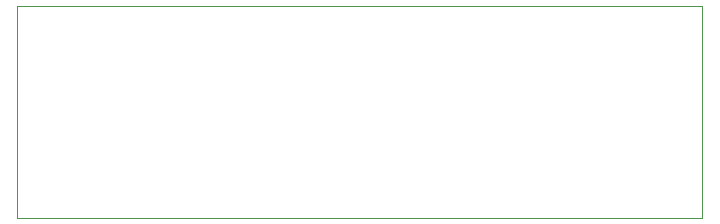
<source format=gbr>
G04 #@! TF.GenerationSoftware,KiCad,Pcbnew,8.0.6*
G04 #@! TF.CreationDate,2025-06-25T21:28:08+01:00*
G04 #@! TF.ProjectId,led-matrix,6c65642d-6d61-4747-9269-782e6b696361,rev?*
G04 #@! TF.SameCoordinates,Original*
G04 #@! TF.FileFunction,Profile,NP*
%FSLAX46Y46*%
G04 Gerber Fmt 4.6, Leading zero omitted, Abs format (unit mm)*
G04 Created by KiCad (PCBNEW 8.0.6) date 2025-06-25 21:28:08*
%MOMM*%
%LPD*%
G01*
G04 APERTURE LIST*
G04 #@! TA.AperFunction,Profile*
%ADD10C,0.050000*%
G04 #@! TD*
G04 APERTURE END LIST*
D10*
X74500000Y-54500000D02*
X132500000Y-54500000D01*
X132500000Y-72500000D01*
X74500000Y-72500000D01*
X74500000Y-54500000D01*
M02*

</source>
